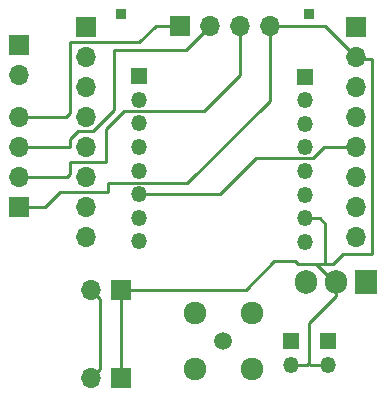
<source format=gbr>
%TF.GenerationSoftware,KiCad,Pcbnew,7.0.7*%
%TF.CreationDate,2024-01-13T12:59:24-05:00*%
%TF.ProjectId,sx7_footprints,7378375f-666f-46f7-9470-72696e74732e,rev?*%
%TF.SameCoordinates,Original*%
%TF.FileFunction,Copper,L4,Bot*%
%TF.FilePolarity,Positive*%
%FSLAX46Y46*%
G04 Gerber Fmt 4.6, Leading zero omitted, Abs format (unit mm)*
G04 Created by KiCad (PCBNEW 7.0.7) date 2024-01-13 12:59:24*
%MOMM*%
%LPD*%
G01*
G04 APERTURE LIST*
%TA.AperFunction,ComponentPad*%
%ADD10R,1.700000X1.700000*%
%TD*%
%TA.AperFunction,ComponentPad*%
%ADD11O,1.700000X1.700000*%
%TD*%
%TA.AperFunction,ComponentPad*%
%ADD12R,0.850000X0.850000*%
%TD*%
%TA.AperFunction,ComponentPad*%
%ADD13R,1.905000X2.000000*%
%TD*%
%TA.AperFunction,ComponentPad*%
%ADD14O,1.905000X2.000000*%
%TD*%
%TA.AperFunction,ComponentPad*%
%ADD15C,1.508000*%
%TD*%
%TA.AperFunction,ComponentPad*%
%ADD16C,1.920000*%
%TD*%
%TA.AperFunction,ComponentPad*%
%ADD17R,1.350000X1.350000*%
%TD*%
%TA.AperFunction,ComponentPad*%
%ADD18O,1.350000X1.350000*%
%TD*%
%TA.AperFunction,Conductor*%
%ADD19C,0.250000*%
%TD*%
G04 APERTURE END LIST*
D10*
%TO.P,PWR,1*%
%TO.N,N/C*%
X135763000Y-103378000D03*
D11*
%TO.P,PWR,2*%
X133223000Y-103378000D03*
%TD*%
D12*
%TO.P,REF\u002A\u002A,1*%
%TO.N,N/C*%
X135763000Y-72517000D03*
%TD*%
D10*
%TO.P,REF\u002A\u002A,1*%
%TO.N,N/C*%
X127127000Y-75184000D03*
D11*
%TO.P,REF\u002A\u002A,2*%
X127127000Y-77724000D03*
%TD*%
D13*
%TO.P,REF\u002A\u002A,1*%
%TO.N,N/C*%
X156464000Y-95194000D03*
D14*
%TO.P,REF\u002A\u002A,2*%
X153924000Y-95194000D03*
%TO.P,REF\u002A\u002A,3*%
X151384000Y-95194000D03*
%TD*%
D15*
%TO.P,RF OUT,1*%
%TO.N,N/C*%
X144399000Y-100203000D03*
D16*
%TO.P,RF OUT,G1*%
X141999000Y-97803000D03*
%TO.P,RF OUT,G2*%
X141999000Y-102603000D03*
%TO.P,RF OUT,G3*%
X146799000Y-102603000D03*
%TO.P,RF OUT,G4*%
X146799000Y-97803000D03*
%TD*%
D17*
%TO.P,REF\u002A\u002A,1*%
%TO.N,N/C*%
X151287000Y-77821000D03*
D18*
%TO.P,REF\u002A\u002A,2*%
X151287000Y-79821000D03*
%TO.P,REF\u002A\u002A,3*%
X151287000Y-81821000D03*
%TO.P,REF\u002A\u002A,4*%
X151287000Y-83821000D03*
%TO.P,REF\u002A\u002A,5*%
X151287000Y-85821000D03*
%TO.P,REF\u002A\u002A,6*%
X151287000Y-87821000D03*
%TO.P,REF\u002A\u002A,7*%
X151287000Y-89821000D03*
%TO.P,REF\u002A\u002A,8*%
X151287000Y-91821000D03*
%TD*%
D17*
%TO.P,REF\u002A\u002A,1*%
%TO.N,N/C*%
X137287000Y-77771000D03*
D18*
%TO.P,REF\u002A\u002A,2*%
X137287000Y-79771000D03*
%TO.P,REF\u002A\u002A,3*%
X137287000Y-81771000D03*
%TO.P,REF\u002A\u002A,4*%
X137287000Y-83771000D03*
%TO.P,REF\u002A\u002A,5*%
X137287000Y-85771000D03*
%TO.P,REF\u002A\u002A,6*%
X137287000Y-87771000D03*
%TO.P,REF\u002A\u002A,7*%
X137287000Y-89771000D03*
%TO.P,REF\u002A\u002A,8*%
X137287000Y-91771000D03*
%TD*%
D10*
%TO.P,REF\u002A\u002A,1*%
%TO.N,N/C*%
X127127000Y-88890000D03*
D11*
%TO.P,REF\u002A\u002A,2*%
X127127000Y-86350000D03*
%TO.P,REF\u002A\u002A,3*%
X127127000Y-83810000D03*
%TO.P,REF\u002A\u002A,4*%
X127127000Y-81270000D03*
%TD*%
D10*
%TO.P,REF\u002A\u002A,1*%
%TO.N,N/C*%
X155600400Y-73609200D03*
D11*
%TO.P,REF\u002A\u002A,2*%
X155600400Y-76149200D03*
%TO.P,REF\u002A\u002A,3*%
X155600400Y-78689200D03*
%TO.P,REF\u002A\u002A,4*%
X155600400Y-81229200D03*
%TO.P,REF\u002A\u002A,5*%
X155600400Y-83769200D03*
%TO.P,REF\u002A\u002A,6*%
X155600400Y-86309200D03*
%TO.P,REF\u002A\u002A,7*%
X155600400Y-88849200D03*
%TO.P,REF\u002A\u002A,8*%
X155600400Y-91389200D03*
%TD*%
D12*
%TO.P,REF\u002A\u002A,1*%
%TO.N,N/C*%
X151638000Y-72517000D03*
%TD*%
D11*
%TO.P,PWR,2*%
%TO.N,N/C*%
X133223000Y-95885000D03*
D10*
%TO.P,PWR,1*%
X135763000Y-95885000D03*
%TD*%
D17*
%TO.P,REF\u002A\u002A,1*%
%TO.N,N/C*%
X153289000Y-100219000D03*
D18*
%TO.P,REF\u002A\u002A,2*%
X153289000Y-102219000D03*
%TD*%
D10*
%TO.P,REF\u002A\u002A,1*%
%TO.N,N/C*%
X132740400Y-73609200D03*
D11*
%TO.P,REF\u002A\u002A,2*%
X132740400Y-76149200D03*
%TO.P,REF\u002A\u002A,3*%
X132740400Y-78689200D03*
%TO.P,REF\u002A\u002A,4*%
X132740400Y-81229200D03*
%TO.P,REF\u002A\u002A,5*%
X132740400Y-83769200D03*
%TO.P,REF\u002A\u002A,6*%
X132740400Y-86309200D03*
%TO.P,REF\u002A\u002A,7*%
X132740400Y-88849200D03*
%TO.P,REF\u002A\u002A,8*%
X132740400Y-91389200D03*
%TD*%
D10*
%TO.P,REF\u002A\u002A,1*%
%TO.N,N/C*%
X140716000Y-73533000D03*
D11*
%TO.P,REF\u002A\u002A,2*%
X143256000Y-73533000D03*
%TO.P,REF\u002A\u002A,3*%
X145796000Y-73533000D03*
%TO.P,REF\u002A\u002A,4*%
X148336000Y-73533000D03*
%TD*%
D17*
%TO.P,REF\u002A\u002A,1*%
%TO.N,N/C*%
X150114000Y-100219000D03*
D18*
%TO.P,REF\u002A\u002A,2*%
X150114000Y-102219000D03*
%TD*%
D19*
%TO.N,*%
X135763000Y-103378000D02*
X135763000Y-95885000D01*
X133985000Y-96647000D02*
X133223000Y-95885000D01*
X133223000Y-103378000D02*
X133985000Y-102616000D01*
X133985000Y-102616000D02*
X133985000Y-96647000D01*
X152019000Y-84709000D02*
X147193000Y-84709000D01*
X153035000Y-93726000D02*
X153670000Y-93726000D01*
X131181000Y-86350000D02*
X127127000Y-86350000D01*
X150495000Y-93472000D02*
X150749000Y-93726000D01*
X136017000Y-80772000D02*
X134493000Y-82296000D01*
X153741000Y-95194000D02*
X152273000Y-93726000D01*
X134620000Y-86868000D02*
X134620000Y-87630000D01*
X152958800Y-83769200D02*
X152019000Y-84709000D01*
X138684000Y-73533000D02*
X137287000Y-74930000D01*
X131445000Y-86086000D02*
X131181000Y-86350000D01*
X153670000Y-93726000D02*
X154559000Y-92837000D01*
X131445000Y-85090000D02*
X131445000Y-86086000D01*
X129296000Y-88890000D02*
X127127000Y-88890000D01*
X137287000Y-74930000D02*
X131445000Y-74930000D01*
X131435000Y-83810000D02*
X131435000Y-83068000D01*
X148336000Y-73533000D02*
X152984200Y-73533000D01*
X153924000Y-96393000D02*
X153924000Y-95194000D01*
X152984200Y-73533000D02*
X155600400Y-76149200D01*
X135763000Y-95885000D02*
X146304000Y-95885000D01*
X151638000Y-98679000D02*
X151638000Y-102108000D01*
X151638000Y-102108000D02*
X151527000Y-102219000D01*
X131445000Y-74930000D02*
X131445000Y-80899000D01*
X151749000Y-102219000D02*
X153289000Y-102219000D01*
X151287000Y-89821000D02*
X152559000Y-89821000D01*
X145796000Y-73533000D02*
X145796000Y-77724000D01*
X148717000Y-93472000D02*
X150495000Y-93472000D01*
X154559000Y-92837000D02*
X156972000Y-92837000D01*
X134493000Y-85090000D02*
X131445000Y-85090000D01*
X131435000Y-83068000D02*
X132080000Y-82423000D01*
X132080000Y-82423000D02*
X133350000Y-82423000D01*
X153035000Y-90297000D02*
X153035000Y-93726000D01*
X141351000Y-86868000D02*
X134620000Y-86868000D01*
X153924000Y-95194000D02*
X153741000Y-95194000D01*
X150749000Y-93726000D02*
X152273000Y-93726000D01*
X151638000Y-98679000D02*
X153924000Y-96393000D01*
X151638000Y-102108000D02*
X151749000Y-102219000D01*
X152559000Y-89821000D02*
X153035000Y-90297000D01*
X134493000Y-82296000D02*
X134493000Y-85090000D01*
X144131000Y-87771000D02*
X137287000Y-87771000D01*
X152273000Y-93726000D02*
X153035000Y-93726000D01*
X156972000Y-92837000D02*
X156972000Y-76327000D01*
X156972000Y-76327000D02*
X155778200Y-76327000D01*
X148336000Y-79883000D02*
X141351000Y-86868000D01*
X142748000Y-80772000D02*
X136017000Y-80772000D01*
X148336000Y-73533000D02*
X148336000Y-79883000D01*
X146304000Y-95885000D02*
X148717000Y-93472000D01*
X145796000Y-77724000D02*
X142748000Y-80772000D01*
X140716000Y-73533000D02*
X138684000Y-73533000D01*
X127127000Y-83810000D02*
X131435000Y-83810000D01*
X131445000Y-80899000D02*
X131074000Y-81270000D01*
X143256000Y-73533000D02*
X141224000Y-75565000D01*
X134620000Y-87630000D02*
X130556000Y-87630000D01*
X133350000Y-82423000D02*
X135128000Y-80645000D01*
X130556000Y-87630000D02*
X129296000Y-88890000D01*
X155600400Y-83769200D02*
X152958800Y-83769200D01*
X141224000Y-75565000D02*
X135128000Y-75565000D01*
X135128000Y-80645000D02*
X135128000Y-75565000D01*
X131074000Y-81270000D02*
X127127000Y-81270000D01*
X147193000Y-84709000D02*
X144131000Y-87771000D01*
X151527000Y-102219000D02*
X150114000Y-102219000D01*
X155778200Y-76327000D02*
X155600400Y-76149200D01*
%TD*%
M02*

</source>
